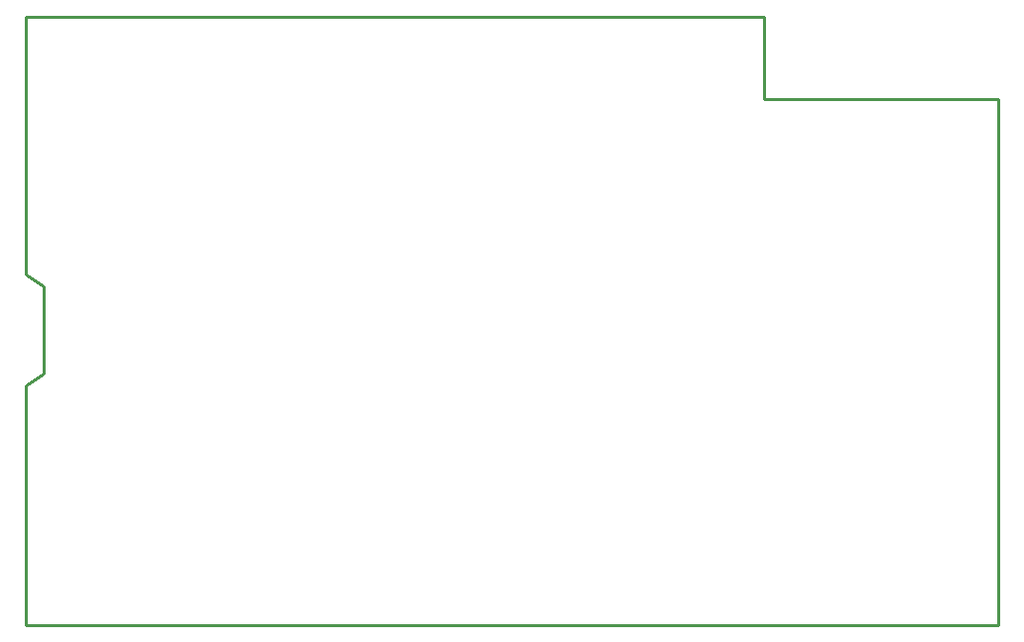
<source format=gbr>
G04 #@! TF.GenerationSoftware,KiCad,Pcbnew,6.0.0-unknown-3514473~86~ubuntu18.04.1*
G04 #@! TF.CreationDate,2019-07-31T16:13:07+03:00*
G04 #@! TF.ProjectId,ESP32-ADF_Rev_C,45535033-322d-4414-9446-5f5265765f43,rev?*
G04 #@! TF.SameCoordinates,Original*
G04 #@! TF.FileFunction,Profile,NP*
%FSLAX46Y46*%
G04 Gerber Fmt 4.6, Leading zero omitted, Abs format (unit mm)*
G04 Created by KiCad (PCBNEW 6.0.0-unknown-3514473~86~ubuntu18.04.1) date 2019-07-31 16:13:07*
%MOMM*%
%LPD*%
G04 APERTURE LIST*
%ADD10C,0.254000*%
G04 APERTURE END LIST*
D10*
X55000000Y-64500000D02*
X55000000Y-85000000D01*
X56500000Y-63500000D02*
X55000000Y-64500000D01*
X56500000Y-56000000D02*
X56500000Y-63500000D01*
X55000000Y-55000000D02*
X56500000Y-56000000D01*
X138000000Y-85000000D02*
X138000000Y-40000000D01*
X55000000Y-85000000D02*
X138000000Y-85000000D01*
X55000000Y-33000000D02*
X55000000Y-55000000D01*
X118000000Y-33000000D02*
X55000000Y-33000000D01*
X118000000Y-40000000D02*
X118000000Y-33000000D01*
X138000000Y-40000000D02*
X118000000Y-40000000D01*
M02*

</source>
